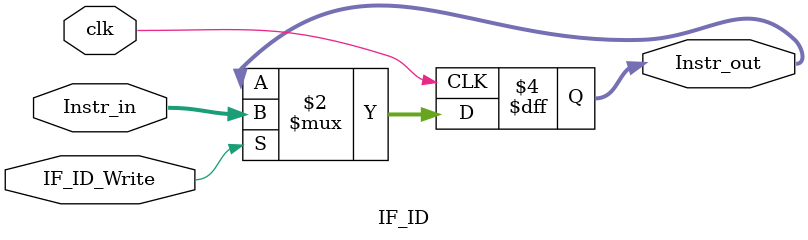
<source format=v>
module IF_ID(
	//output
output reg[31:0]Instr_out,
	//input
input [31:0]Instr_in,
input IF_ID_Write,
input clk
);
always@(posedge clk)
begin
	if(IF_ID_Write)
		Instr_out<=Instr_in;
	
end

endmodule

</source>
